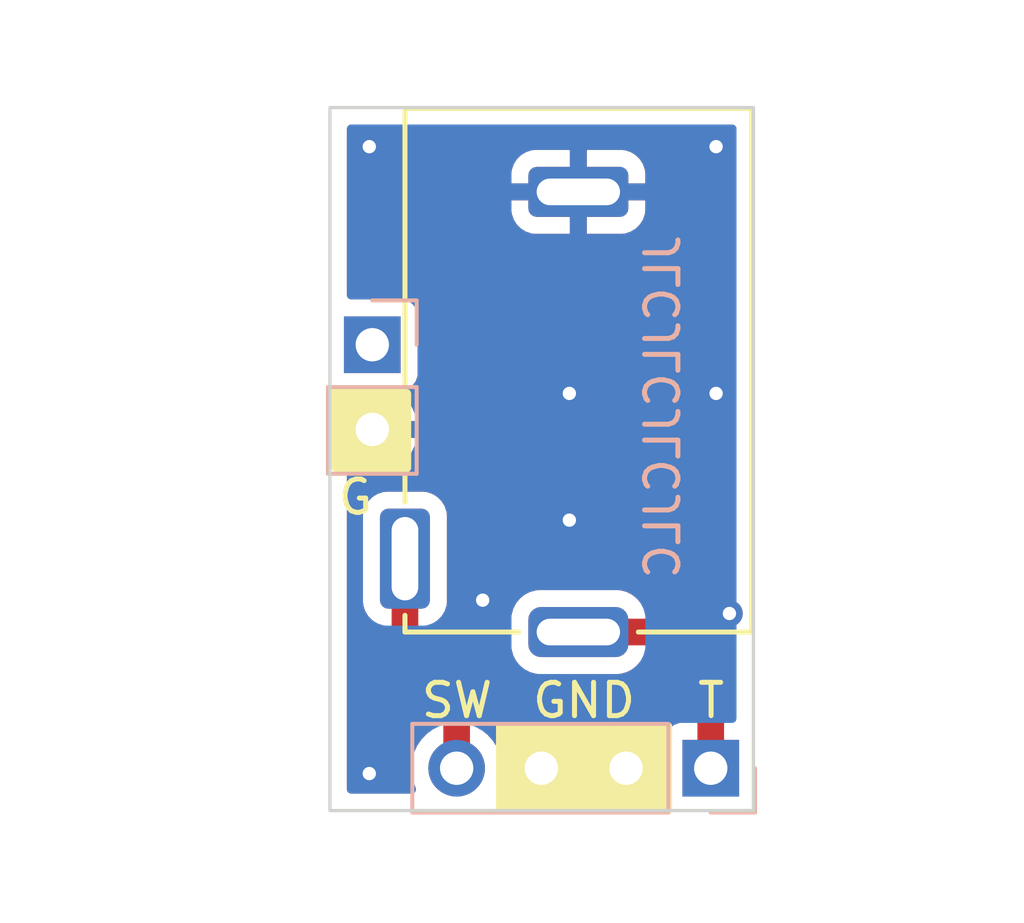
<source format=kicad_pcb>
(kicad_pcb (version 20211014) (generator pcbnew)
  (layers (0 "F.Cu" signal) (31 "B.Cu" signal) (34 "B.Paste" user) (35 "F.Paste" user) (36 "B.SilkS" user "B.Silkscreen") (37 "F.SilkS" user "F.Silkscreen") (38 "B.Mask" user) (39 "F.Mask" user) (44 "Edge.Cuts" user))
  (net 0 "")
  (net 1 "GND")
  (net 2 "/sw")
  (net 3 "Net-(J1-Pad3)")
  (footprint "Akiyuki_Footprint:PJ302M" (layer "F.Cu") (at 116.6695 46.256 -90)
    (fp_text reference "J1" hide)
    (fp_text value "PJ302M")
    (fp_line (start 0 -5.2) (end 0 5.2) (layer "F.SilkS") (width 0.15))
    (fp_line (start 15.7 -5.2) (end 0 -5.2) (layer "F.SilkS") (width 0.15))
    (fp_line (start 0 5.2) (end 11.8 5.2) (layer "F.SilkS") (width 0.15))
    (fp_line (start 15.7 5.2) (end 15.7 1.8) (layer "F.SilkS") (width 0.15))
    (fp_line (start 15.2 5.2) (end 15.7 5.2) (layer "F.SilkS") (width 0.15))
    (fp_line (start 15.7 -1.8) (end 15.7 -5.2) (layer "F.SilkS") (width 0.15))
    (pad "1" thru_hole roundrect locked (at 2.5 0 270) (size 1.5 3) (drill oval 0.8 2.5) (layers *.Cu *.Mask) (roundrect_rratio 0.167) (net 1 "GND"))
    (pad "2" thru_hole roundrect locked (at 13.5 5.2) (size 1.5 3) (drill oval 0.8 2.5) (layers *.Cu *.Mask) (roundrect_rratio 0.167) (net 2 "/sw"))
    (pad "3" thru_hole roundrect locked (at 15.7 0 270) (size 1.5 3) (drill oval 0.8 2.5) (layers *.Cu *.Mask) (net 3 "Net-(J1-Pad3)"))
  )
  (footprint "Connector_PinHeader_2.54mm:PinHeader_1x02_P2.54mm_Vertical" (layer "B.Cu") (at 110.49 53.34 180)
    (fp_text reference "J3" hide)
    (fp_text value "Conn_01x02")
    (fp_line (start -1.33 0) (end -1.33 1.33) (layer "B.SilkS") (width 0.12))
    (fp_line (start 1.33 -1.27) (end 1.33 -3.87) (layer "B.SilkS") (width 0.12))
    (fp_line (start -1.33 -1.27) (end -1.33 -3.87) (layer "B.SilkS") (width 0.12))
    (fp_line (start -1.33 -3.87) (end 1.33 -3.87) (layer "B.SilkS") (width 0.12))
    (fp_line (start -1.33 1.33) (end 0 1.33) (layer "B.SilkS") (width 0.12))
    (fp_line (start -1.33 -1.27) (end 1.33 -1.27) (layer "B.SilkS") (width 0.12))
    (pad "1" thru_hole rect (at 0 0 180) (size 1.7 1.7) (drill 1) (layers *.Cu *.Mask))
    (pad "2" thru_hole oval (at 0 -2.54 180) (size 1.7 1.7) (drill 1) (layers *.Cu *.Mask) (net 1 "GND"))
  )
  (footprint "Connector_PinHeader_2.54mm:PinHeader_1x04_P2.54mm_Vertical" (layer "B.Cu") (at 120.64 66.04 90)
    (fp_text reference "J2" hide)
    (fp_text value "Conn_01x04")
    (fp_line (start -1.33 -1.27) (end 1.33 -1.27) (layer "B.SilkS") (width 0.12))
    (fp_line (start -1.33 -1.27) (end -1.33 -8.95) (layer "B.SilkS") (width 0.12))
    (fp_line (start -1.33 -8.95) (end 1.33 -8.95) (layer "B.SilkS") (width 0.12))
    (fp_line (start 1.33 -1.27) (end 1.33 -8.95) (layer "B.SilkS") (width 0.12))
    (fp_line (start -1.33 0) (end -1.33 1.33) (layer "B.SilkS") (width 0.12))
    (fp_line (start -1.33 1.33) (end 0 1.33) (layer "B.SilkS") (width 0.12))
    (pad "1" thru_hole rect (at 0 0 90) (size 1.7 1.7) (drill 1) (layers *.Cu *.Mask) (net 3 "Net-(J1-Pad3)"))
    (pad "2" thru_hole oval (at 0 -2.54 90) (size 1.7 1.7) (drill 1) (layers *.Cu *.Mask) (net 1 "GND"))
    (pad "3" thru_hole oval (at 0 -5.08 90) (size 1.7 1.7) (drill 1) (layers *.Cu *.Mask) (net 1 "GND"))
    (pad "4" thru_hole oval (at 0 -7.62 90) (size 1.7 1.7) (drill 1) (layers *.Cu *.Mask) (net 2 "/sw"))
  )
  (gr_rect (start 109.4232 54.8132) (end 111.506 57.023) (layer "F.SilkS") (width 0.3) (fill solid))
  (gr_rect (start 114.3 64.77) (end 119.38 67.31) (layer "F.SilkS") (width 0.2) (fill solid))
  (gr_rect (start 109.22 46.228) (end 121.92 67.31) (layer "Edge.Cuts") (width 0.1) (fill none))
  (gr_text "JLCJLCJLCJLC" (at 119.2 55.2 90) (layer "B.SilkS") (effects (font (size 1 1)) (justify mirror)))
  (gr_text "SW" (at 113.03 64.008) (layer "F.SilkS") (effects (font (size 1 1))))
  (gr_text "G" (at 109.982 57.912) (layer "F.SilkS") (effects (font (size 1 1))))
  (gr_text "GND" (at 116.84 64.008) (layer "F.SilkS") (effects (font (size 1 1))))
  (gr_text "T" (at 120.65 64.008) (layer "F.SilkS") (effects (font (size 1 1))))
  (via (at 121.2 61.4) (size 0.8) (drill 0.4) (layers "F.Cu" "B.Cu") (net 1))
  (via (at 116.4 54.8) (size 0.8) (drill 0.4) (layers "F.Cu" "B.Cu") (net 1))
  (via (at 120.8 47.4) (size 0.8) (drill 0.4) (layers "F.Cu" "B.Cu") (net 1))
  (via (at 110.4 66.2) (size 0.8) (drill 0.4) (layers "F.Cu" "B.Cu") (net 1))
  (via (at 113.8 61) (size 0.8) (drill 0.4) (layers "F.Cu" "B.Cu") (net 1))
  (via (at 116.4 58.6) (size 0.8) (drill 0.4) (layers "F.Cu" "B.Cu") (net 1))
  (via (at 120.8 54.8) (size 0.8) (drill 0.4) (layers "F.Cu" "B.Cu") (net 1))
  (via (at 110.4 47.4) (size 0.8) (drill 0.4) (layers "F.Cu" "B.Cu") (net 1))
  (segment (start 113.02 63.82) (end 111.4695 62.2695) (width 0.8) (layer "F.Cu") (net 2))
  (segment (start 111.4695 62.2695) (end 111.4695 59.756) (width 0.8) (layer "F.Cu") (net 2))
  (segment (start 113.02 66.04) (end 113.02 63.82) (width 0.8) (layer "F.Cu") (net 2))
  (segment (start 119.356 61.956) (end 120.64 63.24) (width 0.8) (layer "F.Cu") (net 3))
  (segment (start 116.6695 61.956) (end 119.356 61.956) (width 0.8) (layer "F.Cu") (net 3))
  (segment (start 120.64 63.24) (end 120.64 66.04) (width 0.8) (layer "F.Cu") (net 3))
  (zone (net 1) (net_name "GND") (layers F&B.Cu) (connect_pads (clearance 0.508)) (min_thickness 0.254) (fill yes (thermal_gap 0.508) (thermal_bridge_width 0.508))
    (polygon (pts (xy 124.46 68.58) (xy 106.68 68.58) (xy 106.68 45.72) (xy 124.46 45.72)))
  )
)
</source>
